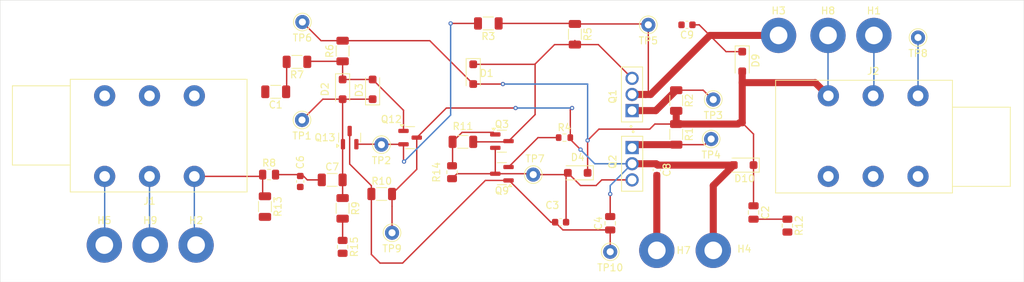
<source format=kicad_pcb>
(kicad_pcb (version 20241229) (generator "pcbnew") (generator_version "9.0")
  (title_block (title "Audio Amp") (date "2025-04-29") (rev "1.1") (company "Lucca Kuvecke, Marcel Tanneberger"))
  (layers (0 "F.Cu" signal) (2 "B.Cu" signal) (13 "F.Paste" user) (15 "B.Paste" user) (5 "F.SilkS" user "F.Silkscreen") (7 "B.SilkS" user "B.Silkscreen") (1 "F.Mask" user) (3 "B.Mask" user) (25 "Edge.Cuts" user))
  (net 0 "")
  (net 1 "Net-(C1-Pad1)")
  (net 2 "Net-(C1-Pad2)")
  (net 3 "Net-(C2-Pad2)")
  (net 4 "Net-(D1-A)")
  (net 5 "Net-(Q13-C)")
  (net 6 "Net-(D4-A)")
  (net 7 "Net-(D10-A)")
  (net 8 "Net-(C6-Pad1)")
  (net 9 "Net-(D2-A)")
  (net 10 "Net-(D9-K)")
  (net 11 "Net-(D1-K)")
  (net 12 "Net-(D2-K)")
  (net 13 "Net-(H1-Pad1)")
  (net 14 "Net-(H2-Pad1)")
  (net 15 "Net-(H9-Pad1)")
  (net 22 "Net-(Q1-E)")
  (net 23 "Net-(Q2-E)")
  (net 24 "Net-(Q3-B)")
  (net 25 "Net-(Q9-E)")
  (net 26 "Net-(Q12-E)")
  (net 27 "Net-(R15-Pad1)")
  (footprint "MountingHole:MountingHole_2.5mm_Pad" (layer "F.Cu") (at 175.25 92.5)
    (property "Reference" "H3" (at 0 -3.5 0) (layer "F.SilkS"))
    (property "Value" "VCC +")
    (pad "1" thru_hole circle (at 0 0) (size 5 5) (drill 2.5) (layers "*.Cu" "*.Mask") (net 10 "Net-(D9-K)"))
  )
  (footprint "Resistor_SMD:R_0805_2012Metric" (layer "F.Cu") (at 129 111.9125 -90)
    (property "Reference" "R14" (at 0 2.2 90) (layer "F.SilkS"))
    (property "Value" "510")
    (fp_line (start -0.227064 0.735) (end 0.227064 0.735) (stroke (width 0.12)) (layer "F.SilkS"))
    (fp_line (start -0.227064 -0.735) (end 0.227064 -0.735) (stroke (width 0.12)) (layer "F.SilkS"))
    (pad "1" smd roundrect (at -0.9125 0 270) (size 1.025 1.4) (layers "F.Cu" "F.Mask" "F.Paste") (roundrect_rratio 0.243902) (net 24 "Net-(Q3-B)"))
    (pad "2" smd roundrect (at 0.9125 0 270) (size 1.025 1.4) (layers "F.Cu" "F.Mask" "F.Paste") (roundrect_rratio 0.243902) (net 6 "Net-(D4-A)"))
  )
  (footprint "Connector_Pin:Pin_D1.0mm_L10.0mm" (layer "F.Cu") (at 195 92.8)
    (property "Reference" "TP8" (at 0 2.25 0) (layer "F.SilkS"))
    (property "Value" "TestPoint")
    (fp_circle (center 0 0) (end 1.25 0.05) (stroke (width 0.12)) (fill no) (layer "F.SilkS"))
    (pad "1" thru_hole circle (at 0 0) (size 2 2) (drill 1) (layers "*.Cu" "*.Mask") (net 2 "Net-(C1-Pad2)"))
  )
  (footprint "Importierte Footprints:TO229P780X300X1364-3" (layer "F.Cu") (at 154.5 103.17 90)
    (property "Reference" "Q1" (at 2 -2.75 90) (layer "F.SilkS"))
    (property "Value" "MJE182G")
    (fp_line (start 6.19 -1.51) (end 6.19 1.49) (stroke (width 0.127)) (layer "F.SilkS"))
    (fp_line (start -1.61 -1.51) (end 6.19 -1.51) (stroke (width 0.127)) (layer "F.SilkS"))
    (fp_line (start 6.19 1.49) (end -1.61 1.49) (stroke (width 0.127)) (layer "F.SilkS"))
    (fp_line (start -1.61 1.49) (end -1.61 -1.51) (stroke (width 0.127)) (layer "F.SilkS"))
    (fp_circle (center -2.25 -0.15) (end -2.15 -0.15) (stroke (width 0.2)) (fill no) (layer "F.SilkS"))
    (pad "1" thru_hole rect (at 0 0 90) (size 1.875 1.875) (drill 1.25) (layers "*.Cu" "*.Mask") (net 22 "Net-(Q1-E)"))
    (pad "2" thru_hole circle (at 2.29 0 90) (size 1.875 1.875) (drill 1.25) (layers "*.Cu" "*.Mask") (net 10 "Net-(D9-K)"))
    (pad "3" thru_hole circle (at 4.58 0 90) (size 1.875 1.875) (drill 1.25) (layers "*.Cu" "*.Mask") (net 11 "Net-(D1-K)"))
  )
  (footprint "Connector_Pin:Pin_D1.0mm_L10.0mm" (layer "F.Cu") (at 140.5 112.25)
    (property "Reference" "TP7" (at 0.25 -2.25 0) (layer "F.SilkS"))
    (property "Value" "TestPoint")
    (fp_circle (center 0 0) (end 1.25 0.05) (stroke (width 0.12)) (fill no) (layer "F.SilkS"))
    (pad "1" thru_hole circle (at 0 0) (size 2 2) (drill 1) (layers "*.Cu" "*.Mask") (net 6 "Net-(D4-A)"))
  )
  (footprint "Connector_Pin:Pin_D1.0mm_L10.0mm" (layer "F.Cu") (at 120.5 120.5)
    (property "Reference" "TP9" (at 0 2.25 0) (layer "F.SilkS"))
    (property "Value" "TestPoint")
    (fp_circle (center 0 0) (end 1.25 0.05) (stroke (width 0.12)) (fill no) (layer "F.SilkS"))
    (pad "1" thru_hole circle (at 0 0) (size 2 2) (drill 1) (layers "*.Cu" "*.Mask") (net 7 "Net-(D10-A)"))
  )
  (footprint "MountingHole:MountingHole_2.5mm_Pad" (layer "F.Cu") (at 182.25 92.5)
    (property "Reference" "H8" (at 0 -3.5 0) (layer "F.SilkS"))
    (property "Value" "OUT")
    (pad "1" thru_hole circle (at 0 0) (size 5 5) (drill 2.5) (layers "*.Cu" "*.Mask") (net 4 "Net-(D1-A)"))
  )
  (footprint "MountingHole:MountingHole_2.5mm_Pad" (layer "F.Cu") (at 166 123)
    (property "Reference" "H4" (at 4.4 -0.2 0) (layer "F.SilkS"))
    (property "Value" "VCC -")
    (pad "1" thru_hole circle (at 0 0) (size 5 5) (drill 2.5) (layers "*.Cu" "*.Mask") (net 7 "Net-(D10-A)"))
  )
  (footprint "Importierte Footprints:TO229P780X300X1364-3" (layer "F.Cu") (at 154.5 108.42 -90)
    (property "Reference" "Q2" (at 2.0075 2.75 90) (layer "F.SilkS"))
    (property "Value" "MJE172G")
    (fp_line (start -1.61 1.49) (end -1.61 -1.51) (stroke (width 0.127)) (layer "F.SilkS"))
    (fp_line (start 6.19 1.49) (end -1.61 1.49) (stroke (width 0.127)) (layer "F.SilkS"))
    (fp_line (start -1.61 -1.51) (end 6.19 -1.51) (stroke (width 0.127)) (layer "F.SilkS"))
    (fp_line (start 6.19 -1.51) (end 6.19 1.49) (stroke (width 0.127)) (layer "F.SilkS"))
    (fp_circle (center -2.25 -0.15) (end -2.15 -0.15) (stroke (width 0.2)) (fill no) (layer "F.SilkS"))
    (pad "1" thru_hole rect (at 0 0 270) (size 1.875 1.875) (drill 1.25) (layers "*.Cu" "*.Mask") (net 23 "Net-(Q2-E)"))
    (pad "2" thru_hole circle (at 2.29 0 270) (size 1.875 1.875) (drill 1.25) (layers "*.Cu" "*.Mask") (net 7 "Net-(D10-A)"))
    (pad "3" thru_hole circle (at 4.58 0 270) (size 1.875 1.875) (drill 1.25) (layers "*.Cu" "*.Mask") (net 6 "Net-(D4-A)"))
  )
  (footprint "Resistor_SMD:R_1206_3216Metric" (layer "F.Cu") (at 102.5 116.7875 -90)
    (property "Reference" "R13" (at 0 -1.83 90) (layer "F.SilkS"))
    (property "Value" "100k")
    (fp_line (start -0.727064 0.91) (end 0.727064 0.91) (stroke (width 0.12)) (layer "F.SilkS"))
    (fp_line (start -0.727064 -0.91) (end 0.727064 -0.91) (stroke (width 0.12)) (layer "F.SilkS"))
    (pad "1" smd roundrect (at -1.4625 0 270) (size 1.125 1.75) (layers "F.Cu" "F.Mask" "F.Paste") (roundrect_rratio 0.222222) (net 14 "Net-(H2-Pad1)"))
    (pad "2" smd roundrect (at 1.4625 0 270) (size 1.125 1.75) (layers "F.Cu" "F.Mask" "F.Paste") (roundrect_rratio 0.222222) (net 2 "Net-(C1-Pad2)"))
  )
  (footprint "Resistor_SMD:R_0805_2012Metric" (layer "F.Cu") (at 113.5 122.5 -90)
    (property "Reference" "R15" (at 0 -1.65 90) (layer "F.SilkS"))
    (property "Value" "200")
    (fp_line (start -0.227064 0.735) (end 0.227064 0.735) (stroke (width 0.12)) (layer "F.SilkS"))
    (fp_line (start -0.227064 -0.735) (end 0.227064 -0.735) (stroke (width 0.12)) (layer "F.SilkS"))
    (pad "1" smd roundrect (at -0.9125 0 270) (size 1.025 1.4) (layers "F.Cu" "F.Mask" "F.Paste") (roundrect_rratio 0.243902) (net 27 "Net-(R15-Pad1)"))
    (pad "2" smd roundrect (at 0.9125 0 270) (size 1.025 1.4) (layers "F.Cu" "F.Mask" "F.Paste") (roundrect_rratio 0.243902) (net 2 "Net-(C1-Pad2)"))
  )
  (footprint "MountingHole:MountingHole_2.5mm_Pad" (layer "F.Cu") (at 188.75 92.5)
    (property "Reference" "H1" (at 0 -3.5 0) (layer "F.SilkS"))
    (property "Value" "OUT AMP")
    (pad "1" thru_hole circle (at 0 0) (size 5 5) (drill 2.5) (layers "*.Cu" "*.Mask") (net 13 "Net-(H1-Pad1)"))
  )
  (footprint "Capacitor_SMD:C_1206_3216Metric" (layer "F.Cu") (at 112.025 113)
    (property "Reference" "C7" (at 0 -1.85 0) (layer "F.SilkS"))
    (property "Value" "22u")
    (fp_line (start -0.711252 -0.91) (end 0.711252 -0.91) (stroke (width 0.12)) (layer "F.SilkS"))
    (fp_line (start -0.711252 0.91) (end 0.711252 0.91) (stroke (width 0.12)) (layer "F.SilkS"))
    (pad "1" smd roundrect (at -1.475 0) (size 1.15 1.8) (layers "F.Cu" "F.Mask" "F.Paste") (roundrect_rratio 0.217391) (net 8 "Net-(C6-Pad1)"))
    (pad "2" smd roundrect (at 1.475 0) (size 1.15 1.8) (layers "F.Cu" "F.Mask" "F.Paste") (roundrect_rratio 0.217391) (net 9 "Net-(D2-A)"))
  )
  (footprint "Package_TO_SOT_SMD:SOT-23" (layer "F.Cu") (at 123.0625 107)
    (property "Reference" "Q12" (at -2.6625 -2.6 0) (layer "F.SilkS"))
    (property "Value" "MMBT5401")
    (fp_line (start 0 -1.56) (end -0.65 -1.56) (stroke (width 0.12)) (layer "F.SilkS"))
    (fp_line (start 0 -1.56) (end 0.65 -1.56) (stroke (width 0.12)) (layer "F.SilkS"))
    (fp_line (start 0 1.56) (end -0.65 1.56) (stroke (width 0.12)) (layer "F.SilkS"))
    (fp_line (start 0 1.56) (end 0.65 1.56) (stroke (width 0.12)) (layer "F.SilkS"))
    (fp_poly (pts (xy -1.1625 -1.51) (xy -1.4025 -1.84) (xy -0.9225 -1.84)) (stroke (width 0.12)) (fill yes) (layer "F.SilkS"))
    (pad "1" smd roundrect (at -0.9375 -0.95) (size 1.475 0.6) (layers "F.Cu" "F.Mask" "F.Paste") (net 12 "Net-(D2-K)"))
    (pad "2" smd roundrect (at -0.9375 0.95) (size 1.475 0.6) (layers "F.Cu" "F.Mask" "F.Paste") (net 26 "Net-(Q12-E)"))
    (pad "3" smd roundrect (at 0.9375 0) (size 1.475 0.6) (layers "F.Cu" "F.Mask" "F.Paste") (net 7 "Net-(D10-A)"))
  )
  (footprint "Connector_Pin:Pin_D1.0mm_L10.0mm" (layer "F.Cu") (at 151.4 123.2)
    (property "Reference" "TP10" (at 0 2.25 0) (layer "F.SilkS"))
    (property "Value" "TestPoint")
    (fp_circle (center 0 0) (end 1.25 0.05) (stroke (width 0.12)) (fill no) (layer "F.SilkS"))
    (pad "1" thru_hole circle (at 0 0) (size 2 2) (drill 1) (layers "*.Cu" "*.Mask") (net 5 "Net-(Q13-C)"))
  )
  (footprint "Connector_Pin:Pin_D1.0mm_L10.0mm" (layer "F.Cu") (at 165.7 107.2)
    (property "Reference" "TP4" (at 0 2.25 0) (layer "F.SilkS"))
    (property "Value" "TestPoint")
    (fp_circle (center 0 0) (end 1.25 0.05) (stroke (width 0.12)) (fill no) (layer "F.SilkS"))
    (pad "1" thru_hole circle (at 0 0) (size 2 2) (drill 1) (layers "*.Cu" "*.Mask") (net 23 "Net-(Q2-E)"))
  )
  (footprint "Package_TO_SOT_SMD:SOT-23" (layer "F.Cu") (at 114.5 107 90)
    (property "Reference" "Q13" (at 0 -3.5 180) (layer "F.SilkS"))
    (property "Value" "MMBT5401")
    (fp_line (start 0 -1.56) (end 0.65 -1.56) (stroke (width 0.12)) (layer "F.SilkS"))
    (fp_line (start 0 -1.56) (end -0.65 -1.56) (stroke (width 0.12)) (layer "F.SilkS"))
    (fp_line (start 0 1.56) (end 0.65 1.56) (stroke (width 0.12)) (layer "F.SilkS"))
    (fp_line (start 0 1.56) (end -0.65 1.56) (stroke (width 0.12)) (layer "F.SilkS"))
    (fp_poly (pts (xy -1.1625 -1.51) (xy -1.4025 -1.84) (xy -0.9225 -1.84)) (stroke (width 0.12)) (fill yes) (layer "F.SilkS"))
    (pad "1" smd roundrect (at -0.9375 -0.95 90) (size 1.475 0.6) (layers "F.Cu" "F.Mask" "F.Paste") (net 9 "Net-(D2-A)"))
    (pad "2" smd roundrect (at -0.9375 0.95 90) (size 1.475 0.6) (layers "F.Cu" "F.Mask" "F.Paste") (net 26 "Net-(Q12-E)"))
    (pad "3" smd roundrect (at 0.9375 0 90) (size 1.475 0.6) (layers "F.Cu" "F.Mask" "F.Paste") (net 5 "Net-(Q13-C)"))
  )
  (footprint "Resistor_SMD:R_1206_3216Metric" (layer "F.Cu") (at 107.0375 96.25 180)
    (property "Reference" "R7" (at 0 -1.83 0) (layer "F.SilkS"))
    (property "Value" "2k")
    (fp_line (start -0.727064 0.91) (end 0.727064 0.91) (stroke (width 0.12)) (layer "F.SilkS"))
    (fp_line (start -0.727064 -0.91) (end 0.727064 -0.91) (stroke (width 0.12)) (layer "F.SilkS"))
    (pad "1" smd roundrect (at -1.4625 0 180) (size 1.125 1.75) (layers "F.Cu" "F.Mask" "F.Paste") (roundrect_rratio 0.222222) (net 12 "Net-(D2-K)"))
    (pad "2" smd roundrect (at 1.4625 0 180) (size 1.125 1.75) (layers "F.Cu" "F.Mask" "F.Paste") (roundrect_rratio 0.222222) (net 1 "Net-(C1-Pad1)"))
  )
  (footprint "MountingHole:MountingHole_2.5mm_Pad" (layer "F.Cu") (at 79.75 122.25)
    (property "Reference" "H5" (at 0 -3.5 0) (layer "F.SilkS"))
    (property "Value" "GND")
    (pad "1" thru_hole circle (at 0 0) (size 5 5) (drill 2.5) (layers "*.Cu" "*.Mask") (net 2 "Net-(C1-Pad2)"))
  )
  (footprint "Package_TO_SOT_SMD:SOT-23" (layer "F.Cu") (at 136.0625 107.5)
    (property "Reference" "Q3" (at 0 -2.4 0) (layer "F.SilkS"))
    (property "Value" "MMBT5551(RANGE:200-300)")
    (fp_line (start 0 -1.56) (end -0.65 -1.56) (stroke (width 0.12)) (layer "F.SilkS"))
    (fp_line (start 0 -1.56) (end 0.65 -1.56) (stroke (width 0.12)) (layer "F.SilkS"))
    (fp_line (start 0 1.56) (end -0.65 1.56) (stroke (width 0.12)) (layer "F.SilkS"))
    (fp_line (start 0 1.56) (end 0.65 1.56) (stroke (width 0.12)) (layer "F.SilkS"))
    (fp_poly (pts (xy -1.1625 -1.51) (xy -1.4025 -1.84) (xy -0.9225 -1.84)) (stroke (width 0.12)) (fill yes) (layer "F.SilkS"))
    (pad "1" smd roundrect (at -0.9375 -0.95) (size 1.475 0.6) (layers "F.Cu" "F.Mask" "F.Paste") (net 24 "Net-(Q3-B)"))
    (pad "2" smd roundrect (at -0.9375 0.95) (size 1.475 0.6) (layers "F.Cu" "F.Mask" "F.Paste") (net 6 "Net-(D4-A)"))
    (pad "3" smd roundrect (at 0.9375 0) (size 1.475 0.6) (layers "F.Cu" "F.Mask" "F.Paste") (net 11 "Net-(D1-K)"))
  )
  (footprint "Capacitor_SMD:C_0603_1608Metric" (layer "F.Cu") (at 107.5 113.225 -90)
    (property "Reference" "C6" (at -2.725 0 90) (layer "F.SilkS"))
    (property "Value" "220p")
    (fp_line (start -0.14058 0.51) (end 0.14058 0.51) (stroke (width 0.12)) (layer "F.SilkS"))
    (fp_line (start -0.14058 -0.51) (end 0.14058 -0.51) (stroke (width 0.12)) (layer "F.SilkS"))
    (pad "1" smd roundrect (at -0.775 0 270) (size 0.9 0.95) (layers "F.Cu" "F.Mask" "F.Paste") (net 8 "Net-(C6-Pad1)"))
    (pad "2" smd roundrect (at 0.775 0 270) (size 0.9 0.95) (layers "F.Cu" "F.Mask" "F.Paste") (net 2 "Net-(C1-Pad2)"))
  )
  (footprint "Capacitor_SMD:C_0805_2012Metric" (layer "F.Cu") (at 151.4 119.15 90)
    (property "Reference" "C4" (at 0 -1.68 90) (layer "F.SilkS"))
    (property "Value" "10n")
    (fp_line (start -0.261252 -0.735) (end 0.261252 -0.735) (stroke (width 0.12)) (layer "F.SilkS"))
    (fp_line (start -0.261252 0.735) (end 0.261252 0.735) (stroke (width 0.12)) (layer "F.SilkS"))
    (pad "1" smd roundrect (at -0.95 0 90) (size 1 1.45) (layers "F.Cu" "F.Mask" "F.Paste") (net 5 "Net-(Q13-C)"))
    (pad "2" smd roundrect (at 0.95 0 90) (size 1 1.45) (layers "F.Cu" "F.Mask" "F.Paste") (net 7 "Net-(D10-A)"))
  )
  (footprint "Diode_SMD:D_SOD-123F" (layer "F.Cu") (at 170.1 96.2 -90)
    (property "Reference" "D9" (at -0.127 -1.905 90) (layer "F.SilkS"))
    (property "Value" "SM4007PL")
    (fp_line (start -2.21 1) (end 1.65 1) (stroke (width 0.12)) (layer "F.SilkS"))
    (fp_line (start -2.21 -1) (end -2.21 1) (stroke (width 0.12)) (layer "F.SilkS"))
    (fp_line (start -2.21 -1) (end 1.65 -1) (stroke (width 0.12)) (layer "F.SilkS"))
    (pad "1" smd roundrect (at -1.4 0 270) (size 1.1 1.1) (layers "F.Cu" "F.Mask" "F.Paste") (roundrect_rratio 0.2272727273) (net 10 "Net-(D9-K)"))
    (pad "2" smd roundrect (at 1.4 0 270) (size 1.1 1.1) (layers "F.Cu" "F.Mask" "F.Paste") (roundrect_rratio 0.2272727273) (net 4 "Net-(D1-A)"))
  )
  (footprint "Resistor_SMD:R_1206_3216Metric" (layer "F.Cu") (at 130.5375 107.6 180)
    (property "Reference" "R11" (at 0 2.2 0) (layer "F.SilkS"))
    (property "Value" "1k")
    (fp_line (start -0.727064 0.91) (end 0.727064 0.91) (stroke (width 0.12)) (layer "F.SilkS"))
    (fp_line (start -0.727064 -0.91) (end 0.727064 -0.91) (stroke (width 0.12)) (layer "F.SilkS"))
    (pad "1" smd roundrect (at -1.4625 0 180) (size 1.125 1.75) (layers "F.Cu" "F.Mask" "F.Paste") (roundrect_rratio 0.222222) (net 11 "Net-(D1-K)"))
    (pad "2" smd roundrect (at 1.4625 0 180) (size 1.125 1.75) (layers "F.Cu" "F.Mask" "F.Paste") (roundrect_rratio 0.222222) (net 24 "Net-(Q3-B)"))
  )
  (footprint "Resistor_SMD:R_1206_3216Metric" (layer "F.Cu") (at 146.4 92.3375 -90)
    (property "Reference" "R5" (at 0 -1.83 90) (layer "F.SilkS"))
    (property "Value" "2k")
    (fp_line (start -0.727064 0.91) (end 0.727064 0.91) (stroke (width 0.12)) (layer "F.SilkS"))
    (fp_line (start -0.727064 -0.91) (end 0.727064 -0.91) (stroke (width 0.12)) (layer "F.SilkS"))
    (pad "1" smd roundrect (at -1.4625 0 270) (size 1.125 1.75) (layers "F.Cu" "F.Mask" "F.Paste") (roundrect_rratio 0.222222) (net 10 "Net-(D9-K)"))
    (pad "2" smd roundrect (at 1.4625 0 270) (size 1.125 1.75) (layers "F.Cu" "F.Mask" "F.Paste") (roundrect_rratio 0.222222) (net 11 "Net-(D1-K)"))
  )
  (footprint "Package_TO_SOT_SMD:SOT-23" (layer "F.Cu") (at 136.0625 112.125 180)
    (property "Reference" "Q9" (at 0 -2.4 0) (layer "F.SilkS"))
    (property "Value" "MMBT5551(RANGE:200-300)")
    (fp_line (start 0 1.56) (end 0.65 1.56) (stroke (width 0.12)) (layer "F.SilkS"))
    (fp_line (start 0 1.56) (end -0.65 1.56) (stroke (width 0.12)) (layer "F.SilkS"))
    (fp_line (start 0 -1.56) (end 0.65 -1.56) (stroke (width 0.12)) (layer "F.SilkS"))
    (fp_line (start 0 -1.56) (end -0.65 -1.56) (stroke (width 0.12)) (layer "F.SilkS"))
    (fp_poly (pts (xy -1.1625 -1.51) (xy -1.4025 -1.84) (xy -0.9225 -1.84)) (stroke (width 0.12)) (fill yes) (layer "F.SilkS"))
    (pad "1" smd roundrect (at -0.9375 -0.95 180) (size 1.475 0.6) (layers "F.Cu" "F.Mask" "F.Paste") (net 5 "Net-(Q13-C)"))
    (pad "2" smd roundrect (at -0.9375 0.95 180) (size 1.475 0.6) (layers "F.Cu" "F.Mask" "F.Paste") (net 25 "Net-(Q9-E)"))
    (pad "3" smd roundrect (at 0.9375 0 180) (size 1.475 0.6) (layers "F.Cu" "F.Mask" "F.Paste") (net 6 "Net-(D4-A)"))
  )
  (footprint "Resistor_SMD:R_1206_3216Metric" (layer "F.Cu") (at 134.1375 90.8 180)
    (property "Reference" "R3" (at 0 -1.83 0) (layer "F.SilkS"))
    (property "Value" "4k7")
    (fp_line (start -0.727064 0.91) (end 0.727064 0.91) (stroke (width 0.12)) (layer "F.SilkS"))
    (fp_line (start -0.727064 -0.91) (end 0.727064 -0.91) (stroke (width 0.12)) (layer "F.SilkS"))
    (pad "1" smd roundrect (at -1.4625 0 180) (size 1.125 1.75) (layers "F.Cu" "F.Mask" "F.Paste") (roundrect_rratio 0.222222) (net 10 "Net-(D9-K)"))
    (pad "2" smd roundrect (at 1.4625 0 180) (size 1.125 1.75) (layers "F.Cu" "F.Mask" "F.Paste") (roundrect_rratio 0.222222) (net 26 "Net-(Q12-E)"))
  )
  (footprint "MountingHole:MountingHole_2.5mm_Pad" (layer "F.Cu") (at 92.75 122.25)
    (property "Reference" "H2" (at 0 -3.5 0) (layer "F.SilkS"))
    (property "Value" "IN")
    (pad "1" thru_hole circle (at 0 0) (size 5 5) (drill 2.5) (layers "*.Cu" "*.Mask") (net 14 "Net-(H2-Pad1)"))
  )
  (footprint "Diode_SMD:D_SOD-123F" (layer "F.Cu") (at 146.8 112 180)
    (property "Reference" "D4" (at 0 2.2 0) (layer "F.SilkS"))
    (property "Value" "SM4007PL")
    (fp_line (start -2.21 1) (end 1.65 1) (stroke (width 0.12)) (layer "F.SilkS"))
    (fp_line (start -2.21 -1) (end 1.65 -1) (stroke (width 0.12)) (layer "F.SilkS"))
    (fp_line (start -2.21 -1) (end -2.21 1) (stroke (width 0.12)) (layer "F.SilkS"))
    (pad "1" smd roundrect (at -1.4 0 180) (size 1.1 1.1) (layers "F.Cu" "F.Mask" "F.Paste") (roundrect_rratio 0.2272727273) (net 4 "Net-(D1-A)"))
    (pad "2" smd roundrect (at 1.4 0 180) (size 1.1 1.1) (layers "F.Cu" "F.Mask" "F.Paste") (roundrect_rratio 0.2272727273) (net 6 "Net-(D4-A)"))
  )
  (footprint "MountingHole:MountingHole_2.5mm_Pad" (layer "F.Cu") (at 158 123)
    (property "Reference" "H7" (at 3.8 0 0) (layer "F.SilkS"))
    (property "Value" "GND")
    (pad "1" thru_hole circle (at 0 0) (size 5 5) (drill 2.5) (layers "*.Cu" "*.Mask") (net 2 "Net-(C1-Pad2)"))
  )
  (footprint "Resistor_SMD:R_1206_3216Metric" (layer "F.Cu") (at 160.75 101.7375 -90)
    (property "Reference" "R2" (at 0 -1.83 90) (layer "F.SilkS"))
    (property "Value" "10")
    (fp_line (start -0.727064 0.91) (end 0.727064 0.91) (stroke (width 0.12)) (layer "F.SilkS"))
    (fp_line (start -0.727064 -0.91) (end 0.727064 -0.91) (stroke (width 0.12)) (layer "F.SilkS"))
    (pad "1" smd roundrect (at -1.4625 0 270) (size 1.125 1.75) (layers "F.Cu" "F.Mask" "F.Paste") (roundrect_rratio 0.222222) (net 22 "Net-(Q1-E)"))
    (pad "2" smd roundrect (at 1.4625 0 270) (size 1.125 1.75) (layers "F.Cu" "F.Mask" "F.Paste") (roundrect_rratio 0.222222) (net 4 "Net-(D1-A)"))
  )
  (footprint "Resistor_SMD:R_1206_3216Metric" (layer "F.Cu") (at 113.5 94.7125 90)
    (property "Reference" "R6" (at 0 -1.83 90) (layer "F.SilkS"))
    (property "Value" "10k")
    (fp_line (start -0.727064 -0.91) (end 0.727064 -0.91) (stroke (width 0.12)) (layer "F.SilkS"))
    (fp_line (start -0.727064 0.91) (end 0.727064 0.91) (stroke (width 0.12)) (layer "F.SilkS"))
    (pad "1" smd roundrect (at -1.4625 0 90) (size 1.125 1.75) (layers "F.Cu" "F.Mask" "F.Paste") (roundrect_rratio 0.222222) (net 12 "Net-(D2-K)"))
    (pad "2" smd roundrect (at 1.4625 0 90) (size 1.125 1.75) (layers "F.Cu" "F.Mask" "F.Paste") (roundrect_rratio 0.222222) (net 4 "Net-(D1-A)"))
  )
  (footprint "Capacitor_SMD:C_0603_1608Metric" (layer "F.Cu") (at 162.275 91 180)
    (property "Reference" "C9" (at 0 -1.43 0) (layer "F.SilkS"))
    (property "Value" "100n")
    (fp_line (start -0.14058 0.51) (end 0.14058 0.51) (stroke (width 0.12)) (layer "F.SilkS"))
    (fp_line (start -0.14058 -0.51) (end 0.14058 -0.51) (stroke (width 0.12)) (layer "F.SilkS"))
    (pad "1" smd roundrect (at -0.775 0 180) (size 0.9 0.95) (layers "F.Cu" "F.Mask" "F.Paste") (net 10 "Net-(D9-K)"))
    (pad "2" smd roundrect (at 0.775 0 180) (size 0.9 0.95) (layers "F.Cu" "F.Mask" "F.Paste") (net 2 "Net-(C1-Pad2)"))
  )
  (footprint "MountingHole:MountingHole_2.5mm_Pad" (layer "F.Cu") (at 86.25 122.25)
    (property "Reference" "H9" (at 0 -3.5 0) (layer "F.SilkS"))
    (property "Value" "IN AMP B")
    (pad "1" thru_hole circle (at 0 0) (size 5 5) (drill 2.5) (layers "*.Cu" "*.Mask") (net 15 "Net-(H9-Pad1)"))
  )
  (footprint "Connector_Pin:Pin_D1.0mm_L10.0mm" (layer "F.Cu") (at 156.8 91)
    (property "Reference" "TP5" (at 0 2.25 0) (layer "F.SilkS"))
    (property "Value" "TestPoint")
    (fp_circle (center 0 0) (end 1.25 0.05) (stroke (width 0.12)) (fill no) (layer "F.SilkS"))
    (pad "1" thru_hole circle (at 0 0) (size 2 2) (drill 1) (layers "*.Cu" "*.Mask") (net 10 "Net-(D9-K)"))
  )
  (footprint "Resistor_SMD:R_1206_3216Metric" (layer "F.Cu") (at 119.0375 115)
    (property "Reference" "R10" (at 0 -1.83 0) (layer "F.SilkS"))
    (property "Value" "1k")
    (fp_line (start -0.727064 -0.91) (end 0.727064 -0.91) (stroke (width 0.12)) (layer "F.SilkS"))
    (fp_line (start -0.727064 0.91) (end 0.727064 0.91) (stroke (width 0.12)) (layer "F.SilkS"))
    (pad "1" smd roundrect (at -1.4625 0) (size 1.125 1.75) (layers "F.Cu" "F.Mask" "F.Paste") (roundrect_rratio 0.222222) (net 5 "Net-(Q13-C)"))
    (pad "2" smd roundrect (at 1.4625 0) (size 1.125 1.75) (layers "F.Cu" "F.Mask" "F.Paste") (roundrect_rratio 0.222222) (net 7 "Net-(D10-A)"))
  )
  (footprint "Capacitor_SMD:C_0603_1608Metric" (layer "F.Cu") (at 144.375 119)
    (property "Reference" "C3" (at -1.175 -2.4 0) (layer "F.SilkS"))
    (property "Value" "1n")
    (fp_line (start -0.14058 -0.51) (end 0.14058 -0.51) (stroke (width 0.12)) (layer "F.SilkS"))
    (fp_line (start -0.14058 0.51) (end 0.14058 0.51) (stroke (width 0.12)) (layer "F.SilkS"))
    (pad "1" smd roundrect (at -0.775 0) (size 0.9 0.95) (layers "F.Cu" "F.Mask" "F.Paste") (net 5 "Net-(Q13-C)"))
    (pad "2" smd roundrect (at 0.775 0) (size 0.9 0.95) (layers "F.Cu" "F.Mask" "F.Paste") (net 6 "Net-(D4-A)"))
  )
  (footprint "Connector_Pin:Pin_D1.0mm_L10.0mm" (layer "F.Cu") (at 107.75 104.5)
    (property "Reference" "TP1" (at 0 2.25 0) (layer "F.SilkS"))
    (property "Value" "TestPoint")
    (fp_circle (center 0 0) (end 1.25 0.05) (stroke (width 0.12)) (fill no) (layer "F.SilkS"))
    (pad "1" thru_hole circle (at 0 0) (size 2 2) (drill 1) (layers "*.Cu" "*.Mask") (net 9 "Net-(D2-A)"))
  )
  (footprint "Capacitor_SMD:C_1206_3216Metric" (layer "F.Cu") (at 104.025 100.5 180)
    (property "Reference" "C1" (at 0 -1.85 0) (layer "F.SilkS"))
    (property "Value" "100u")
    (fp_line (start -0.711252 0.91) (end 0.711252 0.91) (stroke (width 0.12)) (layer "F.SilkS"))
    (fp_line (start -0.711252 -0.91) (end 0.711252 -0.91) (stroke (width 0.12)) (layer "F.SilkS"))
    (pad "1" smd roundrect (at -1.475 0 180) (size 1.15 1.8) (layers "F.Cu" "F.Mask" "F.Paste") (roundrect_rratio 0.217391) (net 1 "Net-(C1-Pad1)"))
    (pad "2" smd roundrect (at 1.475 0 180) (size 1.15 1.8) (layers "F.Cu" "F.Mask" "F.Paste") (roundrect_rratio 0.217391) (net 2 "Net-(C1-Pad2)"))
  )
  (footprint "Resistor_SMD:R_0805_2012Metric" (layer "F.Cu") (at 176.5 119.4875 -90)
    (property "Reference" "R12" (at 0 -1.65 90) (layer "F.SilkS"))
    (property "Value" "51")
    (fp_line (start -0.227064 0.735) (end 0.227064 0.735) (stroke (width 0.12)) (layer "F.SilkS"))
    (fp_line (start -0.227064 -0.735) (end 0.227064 -0.735) (stroke (width 0.12)) (layer "F.SilkS"))
    (pad "1" smd roundrect (at -0.9125 0 270) (size 1.025 1.4) (layers "F.Cu" "F.Mask" "F.Paste") (roundrect_rratio 0.243902) (net 3 "Net-(C2-Pad2)"))
    (pad "2" smd roundrect (at 0.9125 0 270) (size 1.025 1.4) (layers "F.Cu" "F.Mask" "F.Paste") (roundrect_rratio 0.243902) (net 2 "Net-(C1-Pad2)"))
  )
  (footprint "Resistor_SMD:R_1206_3216Metric" (layer "F.Cu") (at 113.5 117.0375 -90)
    (property "Reference" "R9" (at 0 -1.83 90) (layer "F.SilkS"))
    (property "Value" "10k")
    (fp_line (start -0.727064 0.91) (end 0.727064 0.91) (stroke (width 0.12)) (layer "F.SilkS"))
    (fp_line (start -0.727064 -0.91) (end 0.727064 -0.91) (stroke (width 0.12)) (layer "F.SilkS"))
    (pad "1" smd roundrect (at -1.4625 0 270) (size 1.125 1.75) (layers "F.Cu" "F.Mask" "F.Paste") (roundrect_rratio 0.222222) (net 9 "Net-(D2-A)"))
    (pad "2" smd roundrect (at 1.4625 0 270) (size 1.125 1.75) (layers "F.Cu" "F.Mask" "F.Paste") (roundrect_rratio 0.222222) (net 27 "Net-(R15-Pad1)"))
  )
  (footprint "Connector_Audio:Jack_6.35mm_Neutrik_NRJ6HM-1_Horizontal" (layer "F.Cu") (at 182.3 101.07)
    (property "Reference" "J2" (at 6.35 -3.5 0) (layer "F.SilkS"))
    (property "Value" "ACJS-MHOM")
    (fp_line (start -7.47 -2.21) (end 17.57 -2.21) (stroke (width 0.12)) (layer "F.SilkS"))
    (fp_line (start -7.47 13.78) (end -7.47 -2.21) (stroke (width 0.12)) (layer "F.SilkS"))
    (fp_line (start -7.47 13.78) (end 17.57 13.78) (stroke (width 0.12)) (layer "F.SilkS"))
    (fp_line (start 17.57 -2.21) (end 17.57 13.78) (stroke (width 0.12)) (layer "F.SilkS"))
    (fp_line (start 25.77 1.61) (end 17.57 1.61) (stroke (width 0.12)) (layer "F.SilkS"))
    (fp_line (start 25.77 12.85) (end 17.57 12.85) (stroke (width 0.12)) (layer "F.SilkS"))
    (fp_line (start 25.77 12.85) (end 25.77 1.61) (stroke (width 0.12)) (layer "F.SilkS"))
    (pad "R" thru_hole circle (at 6.35 0) (size 3 3) (drill 1.5) (layers "*.Cu" "*.Mask") (net 13 "Net-(H1-Pad1)"))
    (pad "RN" thru_hole circle (at 6.35 11.43) (size 3 3) (drill 1.5) (layers "*.Cu" "*.Mask"))
    (pad "S" thru_hole circle (at 12.7 0) (size 3 3) (drill 1.5) (layers "*.Cu" "*.Mask") (net 2 "Net-(C1-Pad2)"))
    (pad "SN" thru_hole circle (at 12.7 11.43) (size 3 3) (drill 1.5) (layers "*.Cu" "*.Mask"))
    (pad "T" thru_hole circle (at 0 0) (size 3 3) (drill 1.5) (layers "*.Cu" "*.Mask") (net 4 "Net-(D1-A)"))
    (pad "TN" thru_hole circle (at 0 11.43) (size 3 3) (drill 1.5) (layers "*.Cu" "*.Mask"))
  )
  (footprint "Capacitor_SMD:C_0603_1608Metric" (layer "F.Cu") (at 158 111.575 -90)
    (property "Reference" "C8" (at 0 -1.43 90) (layer "F.SilkS"))
    (property "Value" "100n")
    (fp_line (start -0.14058 0.51) (end 0.14058 0.51) (stroke (width 0.12)) (layer "F.SilkS"))
    (fp_line (start -0.14058 -0.51) (end 0.14058 -0.51) (stroke (width 0.12)) (layer "F.SilkS"))
    (pad "1" smd roundrect (at -0.775 0 270) (size 0.9 0.95) (layers "F.Cu" "F.Mask" "F.Paste") (net 7 "Net-(D10-A)"))
    (pad "2" smd roundrect (at 0.775 0 270) (size 0.9 0.95) (layers "F.Cu" "F.Mask" "F.Paste") (net 2 "Net-(C1-Pad2)"))
  )
  (footprint "Capacitor_SMD:C_0805_2012Metric" (layer "F.Cu") (at 171.7 117.625 -90)
    (property "Reference" "C2" (at 0 -1.68 90) (layer "F.SilkS"))
    (property "Value" "10n")
    (fp_line (start -0.261252 0.735) (end 0.261252 0.735) (stroke (width 0.12)) (layer "F.SilkS"))
    (fp_line (start -0.261252 -0.735) (end 0.261252 -0.735) (stroke (width 0.12)) (layer "F.SilkS"))
    (pad "1" smd roundrect (at -0.95 0 270) (size 1 1.45) (layers "F.Cu" "F.Mask" "F.Paste") (net 4 "Net-(D1-A)"))
    (pad "2" smd roundrect (at 0.95 0 270) (size 1 1.45) (layers "F.Cu" "F.Mask" "F.Paste") (net 3 "Net-(C2-Pad2)"))
  )
  (footprint "Resistor_SMD:R_0805_2012Metric" (layer "F.Cu") (at 103.0875 112.25)
    (property "Reference" "R8" (at 0 -1.65 0) (layer "F.SilkS"))
    (property "Value" "200")
    (fp_line (start -0.227064 -0.735) (end 0.227064 -0.735) (stroke (width 0.12)) (layer "F.SilkS"))
    (fp_line (start -0.227064 0.735) (end 0.227064 0.735) (stroke (width 0.12)) (layer "F.SilkS"))
    (pad "1" smd roundrect (at -0.9125 0) (size 1.025 1.4) (layers "F.Cu" "F.Mask" "F.Paste") (roundrect_rratio 0.243902) (net 14 "Net-(H2-Pad1)"))
    (pad "2" smd roundrect (at 0.9125 0) (size 1.025 1.4) (layers "F.Cu" "F.Mask" "F.Paste") (roundrect_rratio 0.243902) (net 8 "Net-(C6-Pad1)"))
  )
  (footprint "Diode_SMD:D_SOD-123F" (layer "F.Cu") (at 117.75 100.15 90)
    (property "Reference" "D3" (at -0.127 -1.905 90) (layer "F.SilkS"))
    (property "Value" "SM4007PL")
    (fp_line (start -2.21 -1) (end 1.65 -1) (stroke (width 0.12)) (layer "F.SilkS"))
    (fp_line (start -2.21 -1) (end -2.21 1) (stroke (width 0.12)) (layer "F.SilkS"))
    (fp_line (start -2.21 1) (end 1.65 1) (stroke (width 0.12)) (layer "F.SilkS"))
    (pad "1" smd roundrect (at -1.4 0 90) (size 1.1 1.1) (layers "F.Cu" "F.Mask" "F.Paste") (roundrect_rratio 0.2272727273) (net 9 "Net-(D2-A)"))
    (pad "2" smd roundrect (at 1.4 0 90) (size 1.1 1.1) (layers "F.Cu" "F.Mask" "F.Paste") (roundrect_rratio 0.2272727273) (net 12 "Net-(D2-K)"))
  )
  (footprint "Connector_Pin:Pin_D1.0mm_L10.0mm" (layer "F.Cu") (at 119 108)
    (property "Reference" "TP2" (at 0 2.25 0) (layer "F.SilkS"))
    (property "Value" "TestPoint")
    (fp_circle (center 0 0) (end 1.25 0.05) (stroke (width 0.12)) (fill no) (layer "F.SilkS"))
    (pad "1" thru_hole circle (at 0 0) (size 2 2) (drill 1) (layers "*.Cu" "*.Mask") (net 26 "Net-(Q12-E)"))
  )
  (footprint "Connector_Audio:Jack_6.35mm_Neutrik_NRJ6HM-1_Horizontal" (layer "F.Cu") (at 92.5 112.5 180)
    (property "Reference" "J1" (at 6.35 -3.5 0) (layer "F.SilkS"))
    (property "Value" "ACJS-MHOM")
    (fp_line (start 25.77 12.85) (end 25.77 1.61) (stroke (width 0.12)) (layer "F.SilkS"))
    (fp_line (start 25.77 12.85) (end 17.57 12.85) (stroke (width 0.12)) (layer "F.SilkS"))
    (fp_line (start 25.77 1.61) (end 17.57 1.61) (stroke (width 0.12)) (layer "F.SilkS"))
    (fp_line (start 17.57 -2.21) (end 17.57 13.78) (stroke (width 0.12)) (layer "F.SilkS"))
    (fp_line (start -7.47 13.78) (end 17.57 13.78) (stroke (width 0.12)) (layer "F.SilkS"))
    (fp_line (start -7.47 13.78) (end -7.47 -2.21) (stroke (width 0.12)) (layer "F.SilkS"))
    (fp_line (start -7.47 -2.21) (end 17.57 -2.21) (stroke (width 0.12)) (layer "F.SilkS"))
    (pad "R" thru_hole circle (at 6.35 0 180) (size 3 3) (drill 1.5) (layers "*.Cu" "*.Mask") (net 15 "Net-(H9-Pad1)"))
    (pad "RN" thru_hole circle (at 6.35 11.43 180) (size 3 3) (drill 1.5) (layers "*.Cu" "*.Mask"))
    (pad "S" thru_hole circle (at 12.7 0 180) (size 3 3) (drill 1.5) (layers "*.Cu" "*.Mask") (net 2 "Net-(C1-Pad2)"))
    (pad "SN" thru_hole circle (at 12.7 11.43 180) (size 3 3) (drill 1.5) (layers "*.Cu" "*.Mask"))
    (pad "T" thru_hole circle (at 0 0 180) (size 3 3) (drill 1.5) (layers "*.Cu" "*.Mask") (net 14 "Net-(H2-Pad1)"))
    (pad "TN" thru_hole circle (at 0 11.43 180) (size 3 3) (drill 1.5) (layers "*.Cu" "*.Mask"))
  )
  (footprint "Diode_SMD:D_SOD-123F" (layer "F.Cu") (at 170.3 110.9 180)
    (property "Reference" "D10" (at -0.127 -1.905 0) (layer "F.SilkS"))
    (property "Value" "SM4007PL")
    (fp_line (start -2.21 1) (end 1.65 1) (stroke (width 0.12)) (layer "F.SilkS"))
    (fp_line (start -2.21 -1) (end 1.65 -1) (stroke (width 0.12)) (layer "F.SilkS"))
    (fp_line (start -2.21 -1) (end -2.21 1) (stroke (width 0.12)) (layer "F.SilkS"))
    (pad "1" smd roundrect (at -1.4 0 180) (size 1.1 1.1) (layers "F.Cu" "F.Mask" "F.Paste") (roundrect_rratio 0.2272727273) (net 4 "Net-(D1-A)"))
    (pad "2" smd roundrect (at 1.4 0 180) (size 1.1 1.1) (layers "F.Cu" "F.Mask" "F.Paste") (roundrect_rratio 0.2272727273) (net 7 "Net-(D10-A)"))
  )
  (footprint "Connector_Pin:Pin_D1.0mm_L10.0mm" (layer "F.Cu") (at 166 101.6)
    (property "Reference" "TP3" (at 0 2.25 0) (layer "F.SilkS"))
    (property "Value" "TestPoint")
    (fp_circle (center 0 0) (end 1.25 0.05) (stroke (width 0.12)) (fill no) (layer "F.SilkS"))
    (pad "1" thru_hole circle (at 0 0) (size 2 2) (drill 1) (layers "*.Cu" "*.Mask") (net 22 "Net-(Q1-E)"))
  )
  (footprint "Resistor_SMD:R_0603_1608Metric" (layer "F.Cu") (at 144.925 107)
    (property "Reference" "R4" (at 0 -1.43 0) (layer "F.SilkS"))
    (property "Value" "75")
    (fp_line (start -0.237258 -0.5225) (end 0.237258 -0.5225) (stroke (width 0.12)) (layer "F.SilkS"))
    (fp_line (start -0.237258 0.5225) (end 0.237258 0.5225) (stroke (width 0.12)) (layer "F.SilkS"))
    (pad "1" smd roundrect (at -0.825 0) (size 0.8 0.95) (layers "F.Cu" "F.Mask" "F.Paste") (net 25 "Net-(Q9-E)"))
    (pad "2" smd roundrect (at 0.825 0) (size 0.8 0.95) (layers "F.Cu" "F.Mask" "F.Paste") (net 7 "Net-(D10-A)"))
  )
  (footprint "Diode_SMD:D_SOD-123F" (layer "F.Cu") (at 113.5 100.15 -90)
    (property "Reference" "D2" (at 0 2.5 90) (layer "F.SilkS"))
    (property "Value" "SM4007PL")
    (fp_line (start -2.21 1) (end 1.65 1) (stroke (width 0.12)) (layer "F.SilkS"))
    (fp_line (start -2.21 -1) (end -2.21 1) (stroke (width 0.12)) (layer "F.SilkS"))
    (fp_line (start -2.21 -1) (end 1.65 -1) (stroke (width 0.12)) (layer "F.SilkS"))
    (pad "1" smd roundrect (at -1.4 0 270) (size 1.1 1.1) (layers "F.Cu" "F.Mask" "F.Paste") (roundrect_rratio 0.2272727273) (net 12 "Net-(D2-K)"))
    (pad "2" smd roundrect (at 1.4 0 270) (size 1.1 1.1) (layers "F.Cu" "F.Mask" "F.Paste") (roundrect_rratio 0.2272727273) (net 9 "Net-(D2-A)"))
  )
  (footprint "Connector_Pin:Pin_D1.0mm_L10.0mm" (layer "F.Cu") (at 107.8 90.6)
    (property "Reference" "TP6" (at 0 2.25 0) (layer "F.SilkS"))
    (property "Value" "TestPoint")
    (fp_circle (center 0 0) (end 1.25 0.05) (stroke (width 0.12)) (fill no) (layer "F.SilkS"))
    (pad "1" thru_hole circle (at 0 0) (size 2 2) (drill 1) (layers "*.Cu" "*.Mask") (net 4 "Net-(D1-A)"))
  )
  (footprint "Diode_SMD:D_SOD-123F" (layer "F.Cu") (at 132 98 -90)
    (property "Reference" "D1" (at -0.127 -1.905 0) (layer "F.SilkS"))
    (property "Value" "SM4007PL")
    (fp_line (start -2.21 1) (end 1.65 1) (stroke (width 0.12)) (layer "F.SilkS"))
    (fp_line (start -2.21 -1) (end -2.21 1) (stroke (width 0.12)) (layer "F.SilkS"))
    (fp_line (start -2.21 -1) (end 1.65 -1) (stroke (width 0.12)) (layer "F.SilkS"))
    (pad "1" smd roundrect (at -1.4 0 270) (size 1.1 1.1) (layers "F.Cu" "F.Mask" "F.Paste") (roundrect_rratio 0.2272727273) (net 11 "Net-(D1-K)"))
    (pad "2" smd roundrect (at 1.4 0 270) (size 1.1 1.1) (layers "F.Cu" "F.Mask" "F.Paste") (roundrect_rratio 0.2272727273) (net 4 "Net-(D1-A)"))
  )
  (footprint "Resistor_SMD:R_1206_3216Metric" (layer "F.Cu") (at 160.75 106.5375 -90)
    (property "Reference" "R1" (at 0 -1.83 90) (layer "F.SilkS"))
    (property "Value" "10")
    (fp_line (start -0.727064 0.91) (end 0.727064 0.91) (stroke (width 0.12)) (layer "F.SilkS"))
    (fp_line (start -0.727064 -0.91) (end 0.727064 -0.91) (stroke (width 0.12)) (layer "F.SilkS"))
    (pad "1" smd roundrect (at -1.4625 0 270) (size 1.125 1.75) (layers "F.Cu" "F.Mask" "F.Paste") (roundrect_rratio 0.222222) (net 4 "Net-(D1-A)"))
    (pad "2" smd roundrect (at 1.4625 0 270) (size 1.125 1.75) (layers "F.Cu" "F.Mask" "F.Paste") (roundrect_rratio 0.222222) (net 23 "Net-(Q2-E)"))
  )
  (gr_rect (start 65 87.5) (end 210 127.5) (stroke (width 0.05)) (fill no) (layer "Edge.Cuts"))
  (segment (start 105.575 100.425) (end 105.5 100.5) (width 0.2) (layer "F.Cu") (net 1))
  (segment (start 105.575 96.25) (end 105.575 100.425) (width 0.2) (layer "F.Cu") (net 1))
  (segment (start 158 112.35) (end 158 123) (width 1) (layer "F.Cu") (net 2))
  (segment (start 195 92.8) (end 195 101.07) (width 0.2) (layer "B.Cu") (net 2))
  (segment (start 79.8 122.2) (end 79.75 122.25) (width 0.2) (layer "B.Cu") (net 2))
  (segment (start 79.8 112.5) (end 79.8 122.2) (width 0.2) (layer "B.Cu") (net 2))
  (segment (start 171.7 118.575) (end 176.5 118.575) (width 0.2) (layer "F.Cu") (net 3))
  (segment (start 169.525 105.075) (end 160.75 105.075) (width 1) (layer "F.Cu") (net 4))
  (segment (start 148.2 107.4) (end 148.2 112) (width 0.2) (layer "F.Cu") (net 4))
  (segment (start 171.7 106.5) (end 170.1 104.9) (width 0.2) (layer "F.Cu") (net 4))
  (segment (start 170.1 97.6) (end 170.1 104.9) (width 1) (layer "F.Cu") (net 4))
  (segment (start 149.8 105.8) (end 157 105.8) (width 0.2) (layer "F.Cu") (net 4))
  (segment (start 182.3 101.07) (end 180.43 99.2) (width 1) (layer "F.Cu") (net 4))
  (segment (start 157 105.8) (end 157.725 105.075) (width 0.2) (layer "F.Cu") (net 4))
  (segment (start 113.5 93.25) (end 110.45 93.25) (width 0.2) (layer "F.Cu") (net 4))
  (segment (start 148.2 107.4) (end 149.8 105.8) (width 0.2) (layer "F.Cu") (net 4))
  (segment (start 132 99.4) (end 136.2 99.4) (width 0.2) (layer "F.Cu") (net 4))
  (segment (start 169.7 104.9) (end 169.525 105.075) (width 0.2) (layer "F.Cu") (net 4))
  (segment (start 110.45 93.25) (end 107.8 90.6) (width 0.2) (layer "F.Cu") (net 4))
  (segment (start 171.7 110.9) (end 171.7 116.675) (width 0.2) (layer "F.Cu") (net 4))
  (segment (start 180.43 99.2) (end 170.1 99.2) (width 1) (layer "F.Cu") (net 4))
  (segment (start 157.725 105.075) (end 160.75 105.075) (width 0.2) (layer "F.Cu") (net 4))
  (segment (start 125.85 93.25) (end 113.5 93.25) (width 0.2) (layer "F.Cu") (net 4))
  (segment (start 160.75 103.2) (end 160.75 105.075) (width 1) (layer "F.Cu") (net 4))
  (segment (start 132 99.4) (end 125.85 93.25) (width 0.2) (layer "F.Cu") (net 4))
  (segment (start 171.7 110.9) (end 171.7 106.5) (width 0.2) (layer "F.Cu") (net 4))
  (segment (start 170.1 104.9) (end 169.7 104.9) (width 1) (layer "F.Cu") (net 4))
  (via (at 148.2 107.4) (size 0.6) (drill 0.3) (layers "F.Cu" "B.Cu") (net 4))
  (via (at 136.2 99.4) (size 0.6) (drill 0.3) (layers "F.Cu" "B.Cu") (net 4))
  (segment (start 148.2 99.4) (end 148.2 107.4) (width 0.2) (layer "B.Cu") (net 4))
  (segment (start 136.2 99.4) (end 148.2 99.4) (width 0.2) (layer "B.Cu") (net 4))
  (segment (start 182.25 92.5) (end 182.25 101.02) (width 0.2) (layer "B.Cu") (net 4))
  (segment (start 182.25 101.02) (end 182.3 101.07) (width 0.2) (layer "B.Cu") (net 4))
  (segment (start 114.5 110.75) (end 117.575 113.825) (width 0.2) (layer "F.Cu") (net 5))
  (segment (start 118.8 124.8) (end 117.575 123.575) (width 0.2) (layer "F.Cu") (net 5))
  (segment (start 122 124.8) (end 118.8 124.8) (width 0.2) (layer "F.Cu") (net 5))
  (segment (start 143 119) (end 143.6 119) (width 0.2) (layer "F.Cu") (net 5))
  (segment (start 117.575 113.825) (end 117.575 115) (width 0.2) (layer "F.Cu") (net 5))
  (segment (start 117.575 123.575) (end 117.575 115) (width 0.2) (layer "F.Cu") (net 5))
  (segment (start 151.4 120.1) (end 151.4 123.2) (width 0.2) (layer "F.Cu") (net 5))
  (segment (start 144.7 120.1) (end 151.4 120.1) (width 0.2) (layer "F.Cu") (net 5))
  (segment (start 133.725 113.075) (end 122 124.8) (width 0.2) (layer "F.Cu") (net 5))
  (segment (start 143.6 119) (end 144.7 120.1) (width 0.2) (layer "F.Cu") (net 5))
  (segment (start 137 113.075) (end 133.725 113.075) (width 0.2) (layer "F.Cu") (net 5))
  (segment (start 114.5 106.0625) (end 114.5 110.75) (width 0.2) (layer "F.Cu") (net 5))
  (segment (start 137 113.075) (end 137.075 113.075) (width 0.2) (layer "F.Cu") (net 5))
  (segment (start 137.075 113.075) (end 143 119) (width 0.2) (layer "F.Cu") (net 5))
  (segment (start 135.125 108.45) (end 135.125 112.125) (width 0.2) (layer "F.Cu") (net 6))
  (segment (start 145.15 119) (end 145.15 112.25) (width 0.2) (layer "F.Cu") (net 6))
  (segment (start 147.2 113.8) (end 149.4 113.8) (width 0.2) (layer "F.Cu") (net 6))
  (segment (start 135.125 112.125) (end 140.375 112.125) (width 0.2) (layer "F.Cu") (net 6))
  (segment (start 149.4 113.8) (end 150.2 113) (width 0.2) (layer "F.Cu") (net 6))
  (segment (start 140.5 112.25) (end 145.15 112.25) (width 0.2) (layer "F.Cu") (net 6))
  (segment (start 135.125 112.125) (end 129.7 112.125) (width 0.2) (layer "F.Cu") (net 6))
  (segment (start 145.15 112.25) (end 145.4 112) (width 0.2) (layer "F.Cu") (net 6))
  (segment (start 145.4 112) (end 147.2 113.8) (width 0.2) (layer "F.Cu") (net 6))
  (segment (start 150.2 113) (end 154.5 113) (width 0.2) (layer "F.Cu") (net 6))
  (segment (start 140.375 112.125) (end 140.5 112.25) (width 0.2) (layer "F.Cu") (net 6))
  (segment (start 129.7 112.125) (end 129 112.825) (width 0.2) (layer "F.Cu") (net 6))
  (segment (start 166 123) (end 166 113.8) (width 1) (layer "F.Cu") (net 7))
  (segment (start 168.9 110.9) (end 158.1 110.9) (width 1) (layer "F.Cu") (net 7))
  (segment (start 124 107) (end 128.2 102.8) (width 0.2) (layer "F.Cu") (net 7))
  (segment (start 157.91 110.71) (end 158 110.8) (width 1) (layer "F.Cu") (net 7))
  (segment (start 120.5 115) (end 120.5 116.75) (width 0.2) (layer "F.Cu") (net 7))
  (segment (start 166 113.8) (end 168.9 110.9) (width 1) (layer "F.Cu") (net 7))
  (segment (start 124 107) (end 124 111.5) (width 0.2) (layer "F.Cu") (net 7))
  (segment (start 124 111.5) (end 120.5 115) (width 0.2) (layer "F.Cu") (net 7))
  (segment (start 154.5 110.71) (end 157.91 110.71) (width 1) (layer "F.Cu") (net 7))
  (segment (start 151.4 118.2) (end 151.4 115) (width 0.2) (layer "F.Cu") (net 7))
  (segment (start 120.5 120.5) (end 120.5 116.75) (width 0.2) (layer "F.Cu") (net 7))
  (segment (start 145.75 107.25) (end 147.2 108.7) (width 0.2) (layer "F.Cu") (net 7))
  (segment (start 145.75 107) (end 145.75 107.25) (width 0.2) (layer "F.Cu") (net 7))
  (segment (start 128.2 102.8) (end 138 102.8) (width 0.2) (layer "F.Cu") (net 7))
  (segment (start 166.2 122.8) (end 166 123) (width 1) (layer "F.Cu") (net 7))
  (segment (start 145.75 103.05) (end 145.75 107) (width 0.2) (layer "F.Cu") (net 7))
  (segment (start 158.1 110.9) (end 158 110.8) (width 1) (layer "F.Cu") (net 7))
  (segment (start 146 102.8) (end 145.75 103.05) (width 0.2) (layer "F.Cu") (net 7))
  (via (at 147.2 108.7) (size 0.6) (drill 0.3) (layers "F.Cu" "B.Cu") (net 7))
  (via (at 146 102.8) (size 0.6) (drill 0.3) (layers "F.Cu" "B.Cu") (net 7))
  (via (at 151.4 115) (size 0.6) (drill 0.3) (layers "F.Cu" "B.Cu") (net 7))
  (via (at 138 102.8) (size 0.6) (drill 0.3) (layers "F.Cu" "B.Cu") (net 7))
  (segment (start 147.2 108.7) (end 149.21 110.71) (width 0.2) (layer "B.Cu") (net 7))
  (segment (start 149.21 110.71) (end 154.5 110.71) (width 0.2) (layer "B.Cu") (net 7))
  (segment (start 138 102.8) (end 146 102.8) (width 0.2) (layer "B.Cu") (net 7))
  (segment (start 151.4 113.81) (end 154.5 110.71) (width 0.2) (layer "B.Cu") (net 7))
  (segment (start 151.4 115) (end 151.4 113.81) (width 0.2) (layer "B.Cu") (net 7))
  (segment (start 107.5 112.45) (end 107.95 112.45) (width 0.2) (layer "F.Cu") (net 8))
  (segment (start 107.3 112.25) (end 107.5 112.45) (width 0.2) (layer "F.Cu") (net 8))
  (segment (start 107.95 112.45) (end 108.5 113) (width 0.2) (layer "F.Cu") (net 8))
  (segment (start 104 112.25) (end 107.3 112.25) (width 0.2) (layer "F.Cu") (net 8))
  (segment (start 108.5 113) (end 110.55 113) (width 0.2) (layer "F.Cu") (net 8))
  (segment (start 113.5 107.8875) (end 113.5 101.55) (width 0.2) (layer "F.Cu") (net 9))
  (segment (start 113.5 113) (end 113.5 115.575) (width 0.2) (layer "F.Cu") (net 9))
  (segment (start 113.5 113) (end 113.5 107.9875) (width 0.2) (layer "F.Cu") (net 9))
  (segment (start 113.5 101.55) (end 117.75 101.55) (width 0.2) (layer "F.Cu") (net 9))
  (segment (start 110.7 101.55) (end 107.75 104.5) (width 0.2) (layer "F.Cu") (net 9))
  (segment (start 113.5 107.9875) (end 113.55 107.9375) (width 0.2) (layer "F.Cu") (net 9))
  (segment (start 113.5 101.55) (end 110.7 101.55) (width 0.2) (layer "F.Cu") (net 9))
  (segment (start 113.55 107.9375) (end 113.5 107.8875) (width 0.2) (layer "F.Cu") (net 9))
  (segment (start 156.675 90.875) (end 156.8 91) (width 0.2) (layer "F.Cu") (net 10))
  (segment (start 165.509204 92.5) (end 164.009204 91) (width 0.2) (layer "F.Cu") (net 10))
  (segment (start 146.4 90.875) (end 156.675 90.875) (width 0.2) (layer "F.Cu") (net 10))
  (segment (start 156.8 100.48) (end 156.4 100.88) (width 0.2) (layer "F.Cu") (net 10))
  (segment (start 165.509204 92.5) (end 175.25 92.5) (width 1) (layer "F.Cu") (net 10))
  (segment (start 154.5 100.88) (end 156.4 100.88) (width 1) (layer "F.Cu") (net 10))
  (segment (start 170.1 94.8) (end 167.809204 94.8) (width 0.2) (layer "F.Cu") (net 10))
  (segment (start 156.8 91) (end 156.8 100.48) (width 0.2) (layer "F.Cu") (net 10))
  (segment (start 157.129204 100.88) (end 165.509204 92.5) (width 1) (layer "F.Cu") (net 10))
  (segment (start 135.6 90.8) (end 146.325 90.8) (width 0.2) (layer "F.Cu") (net 10))
  (segment (start 156.4 100.88) (end 157.129204 100.88) (width 1) (layer "F.Cu") (net 10))
  (segment (start 167.809204 94.8) (end 165.509204 92.5) (width 0.2) (layer "F.Cu") (net 10))
  (segment (start 146.325 90.8) (end 146.4 90.875) (width 0.2) (layer "F.Cu") (net 10))
  (segment (start 164.009204 91) (end 163.05 91) (width 0.2) (layer "F.Cu") (net 10))
  (segment (start 137 107.5) (end 140.7625 103.7375) (width 0.2) (layer "F.Cu") (net 11))
  (segment (start 132 96.6) (end 140.725 96.6) (width 0.2) (layer "F.Cu") (net 11))
  (segment (start 143.525 93.8) (end 140.725 96.6) (width 0.2) (layer "F.Cu") (net 11))
  (segment (start 146.4 93.8) (end 146.4 93.215) (width 0.2) (layer "F.Cu") (net 11))
  (segment (start 140.725 96.6) (end 140.7625 96.5625) (width 0.2) (layer "F.Cu") (net 11))
  (segment (start 146.4 93.8) (end 143.525 93.8) (width 0.2) (layer "F.Cu") (net 11))
  (segment (start 149.71 93.8) (end 154.5 98.59) (width 0.2) (layer "F.Cu") (net 11))
  (segment (start 140.7625 103.7375) (end 140.7625 96.5625) (width 0.2) (layer "F.Cu") (net 11))
  (segment (start 136.9 107.6) (end 137 107.5) (width 0.2) (layer "F.Cu") (net 11))
  (segment (start 132 107.6) (end 136.9 107.6) (width 0.2) (layer "F.Cu") (net 11))
  (segment (start 146.4 93.8) (end 149.71 93.8) (width 0.2) (layer "F.Cu") (net 11))
  (segment (start 122.125 103.125) (end 122.125 106.05) (width 0.2) (layer "F.Cu") (net 12))
  (segment (start 113.5 96.175) (end 108.575 96.175) (width 0.2) (layer "F.Cu") (net 12))
  (segment (start 108.575 96.175) (end 108.5 96.25) (width 0.2) (layer "F.Cu") (net 12))
  (segment (start 117.75 98.75) (end 122.125 103.125) (width 0.2) (layer "F.Cu") (net 12))
  (segment (start 117.75 98.75) (end 113.5 98.75) (width 0.2) (layer "F.Cu") (net 12))
  (segment (start 113.5 98.75) (end 113.5 96.175) (width 0.2) (layer "F.Cu") (net 12))
  (segment (start 188.75 100.97) (end 188.65 101.07) (width 0.2) (layer "B.Cu") (net 13))
  (segment (start 188.75 92.5) (end 188.75 100.97) (width 0.2) (layer "B.Cu") (net 13))
  (segment (start 92.5 112.5) (end 101.925 112.5) (width 0.2) (layer "F.Cu") (net 14))
  (segment (start 102.175 115) (end 102.5 115.325) (width 0.2) (layer "F.Cu") (net 14))
  (segment (start 92.5 122) (end 92.75 122.25) (width 0.2) (layer "F.Cu") (net 14))
  (segment (start 102.175 112.25) (end 102.175 115) (width 0.2) (layer "F.Cu") (net 14))
  (segment (start 101.925 112.5) (end 102.175 112.25) (width 0.2) (layer "F.Cu") (net 14))
  (segment (start 92.5 122) (end 92.75 122.25) (width 0.2) (layer "B.Cu") (net 14))
  (segment (start 92.5 112.5) (end 92.5 122) (width 0.2) (layer "B.Cu") (net 14))
  (segment (start 86.15 122.15) (end 86.25 122.25) (width 0.2) (layer "F.Cu") (net 15))
  (segment (start 86.15 122.15) (end 86.25 122.25) (width 0.2) (layer "B.Cu") (net 15))
  (segment (start 86.15 112.5) (end 86.15 122.15) (width 0.2) (layer "B.Cu") (net 15))
  (segment (start 164.575 100.275) (end 160.75 100.275) (width 0.2) (layer "F.Cu") (net 22))
  (segment (start 166 101.6) (end 165.9 101.6) (width 0.2) (layer "F.Cu") (net 22))
  (segment (start 157.855 103.17) (end 160.75 100.275) (width 1) (layer "F.Cu") (net 22))
  (segment (start 154.5 103.17) (end 157.855 103.17) (width 1) (layer "F.Cu") (net 22))
  (segment (start 165.9 101.6) (end 164.575 100.275) (width 0.2) (layer "F.Cu") (net 22))
  (segment (start 165.6 107.2) (end 164.8 108) (width 0.2) (layer "F.Cu") (net 23))
  (segment (start 164.8 108) (end 160.75 108) (width 0.2) (layer "F.Cu") (net 23))
  (segment (start 165.7 107.2) (end 165.6 107.2) (width 0.2) (layer "F.Cu") (net 23))
  (segment (start 160.75 108) (end 154.92 108) (width 1) (layer "F.Cu") (net 23))
  (segment (start 154.92 108) (end 154.5 108.42) (width 1) (layer "F.Cu") (net 23))
  (segment (start 129.075 110.925) (end 129 111) (width 0.2) (layer "F.Cu") (net 24))
  (segment (start 129.075 107.6) (end 130.424999 106.250001) (width 0.2) (layer "F.Cu") (net 24))
  (segment (start 130.424999 106.250001) (end 134.825001 106.250001) (width 0.2) (layer "F.Cu") (net 24))
  (segment (start 129.075 107.6) (end 129.075 110.925) (width 0.2) (layer "F.Cu") (net 24))
  (segment (start 134.825001 106.250001) (end 135.125 106.55) (width 0.2) (layer "F.Cu") (net 24))
  (segment (start 141.175 107) (end 144.1 107) (width 0.2) (layer "F.Cu") (net 25))
  (segment (start 137 111.175) (end 141.175 107) (width 0.2) (layer "F.Cu") (net 25))
  (segment (start 118.9375 107.9375) (end 119 108) (width 0.2) (layer "F.Cu") (net 26))
  (segment (start 119.05 107.95) (end 119 108) (width 0.2) (layer "F.Cu") (net 26))
  (segment (start 122.125 107.95) (end 122.125 110.325) (width 0.2) (layer "F.Cu") (net 26))
  (segment (start 122.125 110.325) (end 122.2 110.4) (width 0.2) (layer "F.Cu") (net 26))
  (segment (start 122.125 107.95) (end 119.05 107.95) (width 0.2) (layer "F.Cu") (net 26))
  (segment (start 122.0625 107.8875) (end 122.125 107.95) (width 0.2) (layer "F.Cu") (net 26))
  (segment (start 115.45 107.9375) (end 118.9375 107.9375) (width 0.2) (layer "F.Cu") (net 26))
  (segment (start 128.8 90.8) (end 132.675 90.8) (width 0.2) (layer "F.Cu") (net 26))
  (via (at 122.2 110.4) (size 0.6) (drill 0.3) (layers "F.Cu" "B.Cu") (net 26))
  (via (at 128.8 90.8) (size 0.6) (drill 0.3) (layers "F.Cu" "B.Cu") (net 26))
  (segment (start 122.2 110.4) (end 128.8 103.8) (width 0.2) (layer "B.Cu") (net 26))
  (segment (start 128.8 103.8) (end 128.8 90.8) (width 0.2) (layer "B.Cu") (net 26))
  (segment (start 113.5 118.5) (end 113.5 121.5875) (width 0.2) (layer "F.Cu") (net 27))
)
</source>
